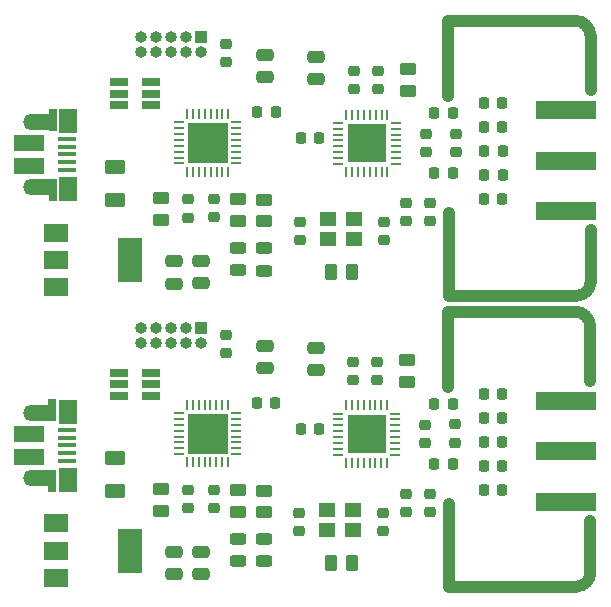
<source format=gbr>
%TF.GenerationSoftware,KiCad,Pcbnew,7.0.2*%
%TF.CreationDate,2023-04-27T09:09:24+02:00*%
%TF.ProjectId,STM32_RF,53544d33-325f-4524-962e-6b696361645f,rev?*%
%TF.SameCoordinates,Original*%
%TF.FileFunction,Soldermask,Top*%
%TF.FilePolarity,Negative*%
%FSLAX46Y46*%
G04 Gerber Fmt 4.6, Leading zero omitted, Abs format (unit mm)*
G04 Created by KiCad (PCBNEW 7.0.2) date 2023-04-27 09:09:24*
%MOMM*%
%LPD*%
G01*
G04 APERTURE LIST*
G04 Aperture macros list*
%AMRoundRect*
0 Rectangle with rounded corners*
0 $1 Rounding radius*
0 $2 $3 $4 $5 $6 $7 $8 $9 X,Y pos of 4 corners*
0 Add a 4 corners polygon primitive as box body*
4,1,4,$2,$3,$4,$5,$6,$7,$8,$9,$2,$3,0*
0 Add four circle primitives for the rounded corners*
1,1,$1+$1,$2,$3*
1,1,$1+$1,$4,$5*
1,1,$1+$1,$6,$7*
1,1,$1+$1,$8,$9*
0 Add four rect primitives between the rounded corners*
20,1,$1+$1,$2,$3,$4,$5,0*
20,1,$1+$1,$4,$5,$6,$7,0*
20,1,$1+$1,$6,$7,$8,$9,0*
20,1,$1+$1,$8,$9,$2,$3,0*%
G04 Aperture macros list end*
%ADD10C,1.000000*%
%ADD11R,1.000000X1.000000*%
%ADD12O,1.000000X1.000000*%
%ADD13RoundRect,0.250000X0.475000X-0.250000X0.475000X0.250000X-0.475000X0.250000X-0.475000X-0.250000X0*%
%ADD14RoundRect,0.243750X0.456250X-0.243750X0.456250X0.243750X-0.456250X0.243750X-0.456250X-0.243750X0*%
%ADD15RoundRect,0.225000X0.250000X-0.225000X0.250000X0.225000X-0.250000X0.225000X-0.250000X-0.225000X0*%
%ADD16RoundRect,0.225000X-0.225000X-0.250000X0.225000X-0.250000X0.225000X0.250000X-0.225000X0.250000X0*%
%ADD17RoundRect,0.218750X0.256250X-0.218750X0.256250X0.218750X-0.256250X0.218750X-0.256250X-0.218750X0*%
%ADD18RoundRect,0.225000X-0.250000X0.225000X-0.250000X-0.225000X0.250000X-0.225000X0.250000X0.225000X0*%
%ADD19RoundRect,0.250000X-0.450000X0.262500X-0.450000X-0.262500X0.450000X-0.262500X0.450000X0.262500X0*%
%ADD20R,2.000000X1.500000*%
%ADD21R,2.000000X3.800000*%
%ADD22RoundRect,0.225000X0.225000X0.250000X-0.225000X0.250000X-0.225000X-0.250000X0.225000X-0.250000X0*%
%ADD23R,1.650000X0.400000*%
%ADD24R,0.700000X1.825000*%
%ADD25R,1.500000X2.000000*%
%ADD26R,2.000000X1.350000*%
%ADD27O,1.700000X1.350000*%
%ADD28O,1.500000X1.100000*%
%ADD29R,2.500000X1.430000*%
%ADD30RoundRect,0.218750X-0.218750X-0.256250X0.218750X-0.256250X0.218750X0.256250X-0.218750X0.256250X0*%
%ADD31RoundRect,0.250000X-0.262500X-0.450000X0.262500X-0.450000X0.262500X0.450000X-0.262500X0.450000X0*%
%ADD32R,5.080000X1.500000*%
%ADD33RoundRect,0.062500X0.062500X-0.375000X0.062500X0.375000X-0.062500X0.375000X-0.062500X-0.375000X0*%
%ADD34RoundRect,0.062500X0.375000X-0.062500X0.375000X0.062500X-0.375000X0.062500X-0.375000X-0.062500X0*%
%ADD35R,3.450000X3.450000*%
%ADD36R,1.560000X0.650000*%
%ADD37RoundRect,0.250000X-0.625000X0.375000X-0.625000X-0.375000X0.625000X-0.375000X0.625000X0.375000X0*%
%ADD38R,1.400000X1.200000*%
%ADD39RoundRect,0.062500X-0.375000X-0.062500X0.375000X-0.062500X0.375000X0.062500X-0.375000X0.062500X0*%
%ADD40RoundRect,0.062500X-0.062500X-0.375000X0.062500X-0.375000X0.062500X0.375000X-0.062500X0.375000X0*%
%ADD41R,3.300000X3.300000*%
%ADD42RoundRect,0.250000X0.450000X-0.262500X0.450000X0.262500X-0.450000X0.262500X-0.450000X-0.262500X0*%
%ADD43RoundRect,0.250000X-0.475000X0.250000X-0.475000X-0.250000X0.475000X-0.250000X0.475000X0.250000X0*%
G04 APERTURE END LIST*
D10*
X113505492Y-72944803D02*
X113501651Y-79922814D01*
X125491893Y-57894566D02*
G75*
G03*
X124172068Y-56624528I-1319865J-50804D01*
G01*
X124325892Y-79909430D02*
G75*
G03*
X125494292Y-78741030I48J1168352D01*
G01*
X113454692Y-56638003D02*
X124376692Y-56638003D01*
X125494292Y-57958803D02*
X125495492Y-62530803D01*
X113501651Y-79922814D02*
X124271251Y-79922814D01*
X113454692Y-63038803D02*
X113454692Y-56638003D01*
X125494292Y-78741030D02*
X125494292Y-74367203D01*
X113487200Y-104546400D02*
X124256800Y-104546400D01*
X113440241Y-81261589D02*
X124362241Y-81261589D01*
X125479841Y-82582389D02*
X125481041Y-87154389D01*
X124311441Y-104533068D02*
G75*
G03*
X125479841Y-103364616I-41J1168441D01*
G01*
X125477411Y-82518153D02*
G75*
G03*
X124157617Y-81248114I-1319811J-50747D01*
G01*
X113491041Y-97568389D02*
X113487200Y-104546400D01*
X125479841Y-103364616D02*
X125479841Y-98990789D01*
X113440241Y-87662389D02*
X113440241Y-81261589D01*
D11*
%TO.C,J1*%
X92521251Y-58028014D03*
D12*
X92521251Y-59298014D03*
X91251251Y-58028014D03*
X91251251Y-59298014D03*
X89981251Y-58028014D03*
X89981251Y-59298014D03*
X88711251Y-58028014D03*
X88711251Y-59298014D03*
X87441251Y-58028014D03*
X87441251Y-59298014D03*
%TD*%
D13*
%TO.C,C1*%
X92521251Y-78876414D03*
X92521251Y-76976414D03*
%TD*%
D14*
%TO.C,D2*%
X95620051Y-77760714D03*
X95620051Y-75885714D03*
%TD*%
D15*
%TO.C,C9*%
X105427392Y-62434203D03*
X105427392Y-60884203D03*
%TD*%
D14*
%TO.C,D1*%
X97855251Y-77789214D03*
X97855251Y-75914214D03*
%TD*%
D16*
%TO.C,C17*%
X116489692Y-63597603D03*
X118039692Y-63597603D03*
%TD*%
D17*
%TO.C,L3*%
X114063392Y-67763203D03*
X114063392Y-66188203D03*
%TD*%
D16*
%TO.C,C18*%
X116489692Y-65629603D03*
X118039692Y-65629603D03*
%TD*%
D18*
%TO.C,C15*%
X111523392Y-66213203D03*
X111523392Y-67763203D03*
%TD*%
D16*
%TO.C,C19*%
X116489692Y-71725603D03*
X118039692Y-71725603D03*
%TD*%
D19*
%TO.C,R4*%
X97855251Y-71796714D03*
X97855251Y-73621714D03*
%TD*%
D20*
%TO.C,U1*%
X80227251Y-74574814D03*
X80227251Y-76874814D03*
D21*
X86527251Y-76874814D03*
D20*
X80227251Y-79174814D03*
%TD*%
D22*
%TO.C,C16*%
X113822392Y-69528203D03*
X112272392Y-69528203D03*
%TD*%
D23*
%TO.C,J3*%
X81142051Y-66654814D03*
X81142051Y-67304814D03*
X81142051Y-67954814D03*
X81142051Y-68604814D03*
X81142051Y-69254814D03*
D24*
X79942051Y-65004814D03*
D25*
X81242051Y-65104814D03*
D26*
X79192051Y-65224814D03*
D27*
X78262051Y-65224814D03*
D28*
X81262051Y-65534814D03*
D29*
X77992051Y-66994814D03*
X77992051Y-68914814D03*
D28*
X81262051Y-70374814D03*
D27*
X78262051Y-70684814D03*
D26*
X79192051Y-70704814D03*
D25*
X81262051Y-70854814D03*
D24*
X79942051Y-70954814D03*
%TD*%
D16*
%TO.C,C14*%
X112272392Y-64448203D03*
X113822392Y-64448203D03*
%TD*%
D15*
%TO.C,C7*%
X94654851Y-60161614D03*
X94654851Y-58611614D03*
%TD*%
D13*
%TO.C,C3*%
X97906051Y-61431614D03*
X97906051Y-59531614D03*
%TD*%
D30*
%TO.C,L2*%
X116477192Y-69693603D03*
X118052192Y-69693603D03*
%TD*%
D31*
%TO.C,R3*%
X103498892Y-77923203D03*
X105323892Y-77923203D03*
%TD*%
D15*
%TO.C,C20*%
X100855392Y-75220203D03*
X100855392Y-73670203D03*
%TD*%
D18*
%TO.C,C10*%
X109891392Y-72055203D03*
X109891392Y-73605203D03*
%TD*%
D13*
%TO.C,C13*%
X102227892Y-61601203D03*
X102227892Y-59701203D03*
%TD*%
D32*
%TO.C,J2*%
X123432892Y-68474403D03*
X123432892Y-64224403D03*
X123432892Y-72724403D03*
%TD*%
D33*
%TO.C,U2*%
X91330051Y-69406314D03*
X91830051Y-69406314D03*
X92330051Y-69406314D03*
X92830051Y-69406314D03*
X93330051Y-69406314D03*
X93830051Y-69406314D03*
X94330051Y-69406314D03*
X94830051Y-69406314D03*
D34*
X95517551Y-68718814D03*
X95517551Y-68218814D03*
X95517551Y-67718814D03*
X95517551Y-67218814D03*
X95517551Y-66718814D03*
X95517551Y-66218814D03*
X95517551Y-65718814D03*
X95517551Y-65218814D03*
D33*
X94830051Y-64531314D03*
X94330051Y-64531314D03*
X93830051Y-64531314D03*
X93330051Y-64531314D03*
X92830051Y-64531314D03*
X92330051Y-64531314D03*
X91830051Y-64531314D03*
X91330051Y-64531314D03*
D34*
X90642551Y-65218814D03*
X90642551Y-65718814D03*
X90642551Y-66218814D03*
X90642551Y-66718814D03*
X90642551Y-67218814D03*
X90642551Y-67718814D03*
X90642551Y-68218814D03*
X90642551Y-68718814D03*
D35*
X93080051Y-66968814D03*
%TD*%
D36*
%TO.C,U3*%
X88283251Y-63753214D03*
X88283251Y-62803214D03*
X88283251Y-61853214D03*
X85583251Y-61853214D03*
X85583251Y-62803214D03*
X85583251Y-63753214D03*
%TD*%
D19*
%TO.C,R1*%
X89117651Y-71670314D03*
X89117651Y-73495314D03*
%TD*%
D37*
%TO.C,F1*%
X85206051Y-69023214D03*
X85206051Y-71823214D03*
%TD*%
D18*
%TO.C,C5*%
X91454451Y-71744014D03*
X91454451Y-73294014D03*
%TD*%
D38*
%TO.C,Y1*%
X103227392Y-75129203D03*
X105427392Y-75129203D03*
X105427392Y-73429203D03*
X103227392Y-73429203D03*
%TD*%
D39*
%TO.C,U4*%
X104108392Y-65271203D03*
X104108392Y-65771203D03*
X104108392Y-66271203D03*
X104108392Y-66771203D03*
X104108392Y-67271203D03*
X104108392Y-67771203D03*
X104108392Y-68271203D03*
X104108392Y-68771203D03*
D40*
X104795892Y-69458703D03*
X105295892Y-69458703D03*
X105795892Y-69458703D03*
X106295892Y-69458703D03*
X106795892Y-69458703D03*
X107295892Y-69458703D03*
X107795892Y-69458703D03*
X108295892Y-69458703D03*
D39*
X108983392Y-68771203D03*
X108983392Y-68271203D03*
X108983392Y-67771203D03*
X108983392Y-67271203D03*
X108983392Y-66771203D03*
X108983392Y-66271203D03*
X108983392Y-65771203D03*
X108983392Y-65271203D03*
D40*
X108295892Y-64583703D03*
X107795892Y-64583703D03*
X107295892Y-64583703D03*
X106795892Y-64583703D03*
X106295892Y-64583703D03*
X105795892Y-64583703D03*
X105295892Y-64583703D03*
X104795892Y-64583703D03*
D41*
X106545892Y-67021203D03*
%TD*%
D42*
%TO.C,R2*%
X109999392Y-62571703D03*
X109999392Y-60746703D03*
%TD*%
D30*
%TO.C,L1*%
X116477192Y-67661603D03*
X118052192Y-67661603D03*
%TD*%
D16*
%TO.C,C6*%
X97282551Y-64400814D03*
X98832551Y-64400814D03*
%TD*%
D15*
%TO.C,C12*%
X107459392Y-62434203D03*
X107459392Y-60884203D03*
%TD*%
D43*
%TO.C,C2*%
X90235251Y-76991614D03*
X90235251Y-78891614D03*
%TD*%
D19*
%TO.C,R5*%
X95620051Y-71768214D03*
X95620051Y-73593214D03*
%TD*%
D18*
%TO.C,C21*%
X107967392Y-73670203D03*
X107967392Y-75220203D03*
%TD*%
%TO.C,C8*%
X111923392Y-72068203D03*
X111923392Y-73618203D03*
%TD*%
D22*
%TO.C,C11*%
X102541851Y-66562414D03*
X100991851Y-66562414D03*
%TD*%
D18*
%TO.C,C4*%
X93591892Y-71738603D03*
X93591892Y-73288603D03*
%TD*%
D23*
%TO.C,J3*%
X81127600Y-91278400D03*
X81127600Y-91928400D03*
X81127600Y-92578400D03*
X81127600Y-93228400D03*
X81127600Y-93878400D03*
D24*
X79927600Y-89628400D03*
D25*
X81227600Y-89728400D03*
D26*
X79177600Y-89848400D03*
D27*
X78247600Y-89848400D03*
D28*
X81247600Y-90158400D03*
D29*
X77977600Y-91618400D03*
X77977600Y-93538400D03*
D28*
X81247600Y-94998400D03*
D27*
X78247600Y-95308400D03*
D26*
X79177600Y-95328400D03*
D25*
X81247600Y-95478400D03*
D24*
X79927600Y-95578400D03*
%TD*%
D36*
%TO.C,U3*%
X85568800Y-88376800D03*
X85568800Y-87426800D03*
X85568800Y-86476800D03*
X88268800Y-86476800D03*
X88268800Y-87426800D03*
X88268800Y-88376800D03*
%TD*%
D17*
%TO.C,L3*%
X114048941Y-92386789D03*
X114048941Y-90811789D03*
%TD*%
D30*
%TO.C,L1*%
X116462741Y-92285189D03*
X118037741Y-92285189D03*
%TD*%
D16*
%TO.C,C17*%
X116475241Y-88221189D03*
X118025241Y-88221189D03*
%TD*%
D22*
%TO.C,C16*%
X113807941Y-94151789D03*
X112257941Y-94151789D03*
%TD*%
D15*
%TO.C,C12*%
X107444941Y-87057789D03*
X107444941Y-85507789D03*
%TD*%
D35*
%TO.C,U2*%
X93065600Y-91592400D03*
D34*
X90628100Y-93342400D03*
X90628100Y-92842400D03*
X90628100Y-92342400D03*
X90628100Y-91842400D03*
X90628100Y-91342400D03*
X90628100Y-90842400D03*
X90628100Y-90342400D03*
X90628100Y-89842400D03*
D33*
X91315600Y-89154900D03*
X91815600Y-89154900D03*
X92315600Y-89154900D03*
X92815600Y-89154900D03*
X93315600Y-89154900D03*
X93815600Y-89154900D03*
X94315600Y-89154900D03*
X94815600Y-89154900D03*
D34*
X95503100Y-89842400D03*
X95503100Y-90342400D03*
X95503100Y-90842400D03*
X95503100Y-91342400D03*
X95503100Y-91842400D03*
X95503100Y-92342400D03*
X95503100Y-92842400D03*
X95503100Y-93342400D03*
D33*
X94815600Y-94029900D03*
X94315600Y-94029900D03*
X93815600Y-94029900D03*
X93315600Y-94029900D03*
X92815600Y-94029900D03*
X92315600Y-94029900D03*
X91815600Y-94029900D03*
X91315600Y-94029900D03*
%TD*%
D42*
%TO.C,R2*%
X109984941Y-87195289D03*
X109984941Y-85370289D03*
%TD*%
D18*
%TO.C,C4*%
X93577441Y-96362189D03*
X93577441Y-97912189D03*
%TD*%
D22*
%TO.C,C11*%
X102527400Y-91186000D03*
X100977400Y-91186000D03*
%TD*%
D19*
%TO.C,R5*%
X95605600Y-98216800D03*
X95605600Y-96391800D03*
%TD*%
D18*
%TO.C,C15*%
X111508941Y-90836789D03*
X111508941Y-92386789D03*
%TD*%
D16*
%TO.C,C19*%
X116475241Y-96349189D03*
X118025241Y-96349189D03*
%TD*%
D19*
%TO.C,R4*%
X97840800Y-98245300D03*
X97840800Y-96420300D03*
%TD*%
D16*
%TO.C,C18*%
X116475241Y-90253189D03*
X118025241Y-90253189D03*
%TD*%
D14*
%TO.C,D1*%
X97840800Y-102412800D03*
X97840800Y-100537800D03*
%TD*%
D16*
%TO.C,C14*%
X112257941Y-89071789D03*
X113807941Y-89071789D03*
%TD*%
D37*
%TO.C,F1*%
X85191600Y-96446800D03*
X85191600Y-93646800D03*
%TD*%
D43*
%TO.C,C2*%
X90220800Y-101615200D03*
X90220800Y-103515200D03*
%TD*%
D16*
%TO.C,C6*%
X98818100Y-89024400D03*
X97268100Y-89024400D03*
%TD*%
D13*
%TO.C,C1*%
X92506800Y-103500000D03*
X92506800Y-101600000D03*
%TD*%
D20*
%TO.C,U1*%
X80212800Y-103798400D03*
D21*
X86512800Y-101498400D03*
D20*
X80212800Y-101498400D03*
X80212800Y-99198400D03*
%TD*%
D13*
%TO.C,C3*%
X97891600Y-86055200D03*
X97891600Y-84155200D03*
%TD*%
D15*
%TO.C,C7*%
X94640400Y-84785200D03*
X94640400Y-83235200D03*
%TD*%
D12*
%TO.C,J1*%
X87426800Y-83921600D03*
X87426800Y-82651600D03*
X88696800Y-83921600D03*
X88696800Y-82651600D03*
X89966800Y-83921600D03*
X89966800Y-82651600D03*
X91236800Y-83921600D03*
X91236800Y-82651600D03*
X92506800Y-83921600D03*
D11*
X92506800Y-82651600D03*
%TD*%
D14*
%TO.C,D2*%
X95605600Y-102384300D03*
X95605600Y-100509300D03*
%TD*%
D30*
%TO.C,L2*%
X116462741Y-94317189D03*
X118037741Y-94317189D03*
%TD*%
D15*
%TO.C,C9*%
X105412941Y-87057789D03*
X105412941Y-85507789D03*
%TD*%
D19*
%TO.C,R1*%
X89103200Y-98118900D03*
X89103200Y-96293900D03*
%TD*%
D39*
%TO.C,U4*%
X104093941Y-89894789D03*
X104093941Y-90394789D03*
X104093941Y-90894789D03*
X104093941Y-91394789D03*
X104093941Y-91894789D03*
X104093941Y-92394789D03*
X104093941Y-92894789D03*
X104093941Y-93394789D03*
D40*
X104781441Y-94082289D03*
X105281441Y-94082289D03*
X105781441Y-94082289D03*
X106281441Y-94082289D03*
X106781441Y-94082289D03*
X107281441Y-94082289D03*
X107781441Y-94082289D03*
X108281441Y-94082289D03*
D39*
X108968941Y-93394789D03*
X108968941Y-92894789D03*
X108968941Y-92394789D03*
X108968941Y-91894789D03*
X108968941Y-91394789D03*
X108968941Y-90894789D03*
X108968941Y-90394789D03*
X108968941Y-89894789D03*
D40*
X108281441Y-89207289D03*
X107781441Y-89207289D03*
X107281441Y-89207289D03*
X106781441Y-89207289D03*
X106281441Y-89207289D03*
X105781441Y-89207289D03*
X105281441Y-89207289D03*
X104781441Y-89207289D03*
D41*
X106531441Y-91644789D03*
%TD*%
D38*
%TO.C,Y1*%
X103212941Y-99752789D03*
X105412941Y-99752789D03*
X105412941Y-98052789D03*
X103212941Y-98052789D03*
%TD*%
D18*
%TO.C,C21*%
X107952941Y-98293789D03*
X107952941Y-99843789D03*
%TD*%
%TO.C,C8*%
X111908941Y-96691789D03*
X111908941Y-98241789D03*
%TD*%
%TO.C,C5*%
X91440000Y-96367600D03*
X91440000Y-97917600D03*
%TD*%
D13*
%TO.C,C13*%
X102213441Y-86224789D03*
X102213441Y-84324789D03*
%TD*%
D32*
%TO.C,J2*%
X123418441Y-93097989D03*
X123418441Y-88847989D03*
X123418441Y-97347989D03*
%TD*%
D15*
%TO.C,C20*%
X100840941Y-99843789D03*
X100840941Y-98293789D03*
%TD*%
D18*
%TO.C,C10*%
X109876941Y-96678789D03*
X109876941Y-98228789D03*
%TD*%
D31*
%TO.C,R3*%
X103484441Y-102546789D03*
X105309441Y-102546789D03*
%TD*%
M02*

</source>
